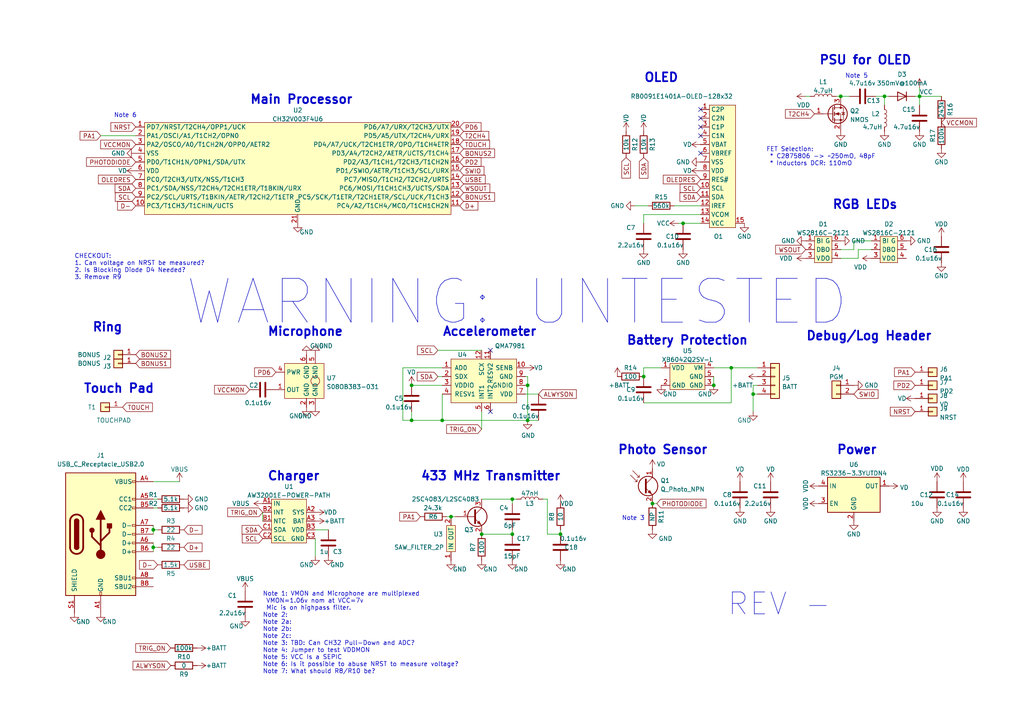
<source format=kicad_sch>
(kicad_sch (version 20211123) (generator eeschema)
  (paper "A4")
  (junction (at 266.7 27.94))
  (junction (at 212.09 106.68))
  (junction (at 153.035 111.76))
  (junction (at 162.56 154.94))
  (junction (at 207.01 111.76))
  (junction (at 256.54 27.94))
  (junction (at 119.38 111.76))
  (junction (at 198.12 64.77))
  (junction (at 44.45 153.67))
  (junction (at 243.84 27.94))
  (junction (at 139.7 154.94))
  (junction (at 44.45 158.75))
  (junction (at 119.38 121.92))
  (junction (at 218.44 114.3))
  (junction (at 153.035 121.92))
  (junction (at 128.27 121.92))
  (junction (at 148.59 154.94))
  (junction (at 130.81 149.86))
  (junction (at 148.59 144.78))
  (junction (at 186.69 109.22))
  (junction (at 189.23 146.05))
  (no_connect (at 142.24 119.38))
  (no_connect (at 142.24 101.6))
  (no_connect (at 203.2 44.45))
  (no_connect (at 203.2 31.75))
  (no_connect (at 203.2 36.83))
  (no_connect (at 203.2 39.37))
  (no_connect (at 203.2 34.29))
  (wire (pts (xy 44.45 139.7) (xy 52.07 139.7)))
  (wire (pts (xy 139.7 144.78) (xy 148.59 144.78)))
  (wire (pts (xy 91.44 156.21) (xy 91.44 161.29)))
  (wire (pts (xy 128.27 106.68) (xy 116.84 106.68)))
  (wire (pts (xy 218.44 114.3) (xy 219.71 114.3)))
  (wire (pts (xy 190.5 146.05) (xy 189.23 146.05)))
  (wire (pts (xy 119.38 111.76) (xy 128.27 111.76)))
  (wire (pts (xy 218.44 111.76) (xy 219.71 111.76)))
  (wire (pts (xy 218.44 119.38) (xy 218.44 114.3)))
  (wire (pts (xy 207.01 109.22) (xy 207.01 111.76)))
  (wire (pts (xy 152.4 114.3) (xy 156.21 114.3)))
  (wire (pts (xy 186.69 62.23) (xy 186.69 64.77)))
  (wire (pts (xy 242.57 27.94) (xy 243.84 27.94)))
  (wire (pts (xy 139.7 124.46) (xy 139.7 119.38)))
  (wire (pts (xy 233.68 27.94) (xy 234.95 27.94)))
  (wire (pts (xy 256.54 27.94) (xy 256.54 30.48)))
  (wire (pts (xy 184.15 59.69) (xy 187.96 59.69)))
  (wire (pts (xy 265.43 27.94) (xy 266.7 27.94)))
  (wire (pts (xy 186.69 62.23) (xy 203.2 62.23)))
  (wire (pts (xy 153.035 111.76) (xy 153.035 121.92)))
  (wire (pts (xy 195.58 59.69) (xy 203.2 59.69)))
  (wire (pts (xy 266.7 30.48) (xy 266.7 27.94)))
  (wire (pts (xy 148.59 144.78) (xy 149.86 144.78)))
  (wire (pts (xy 91.44 153.67) (xy 95.25 153.67)))
  (wire (pts (xy 243.84 27.94) (xy 246.38 27.94)))
  (wire (pts (xy 44.45 153.67) (xy 45.72 153.67)))
  (wire (pts (xy 158.75 154.94) (xy 162.56 154.94)))
  (wire (pts (xy 44.45 144.78) (xy 45.72 144.78)))
  (wire (pts (xy 129.54 149.86) (xy 130.81 149.86)))
  (wire (pts (xy 76.2 148.59) (xy 76.2 151.13)))
  (wire (pts (xy 153.035 121.92) (xy 156.21 121.92)))
  (wire (pts (xy 212.09 116.84) (xy 212.09 106.68)))
  (wire (pts (xy 248.92 74.93) (xy 248.92 72.39)))
  (wire (pts (xy 247.65 69.85) (xy 252.73 69.85)))
  (wire (pts (xy 130.81 149.86) (xy 132.08 149.86)))
  (wire (pts (xy 127 101.6) (xy 139.7 101.6)))
  (wire (pts (xy 44.45 153.67) (xy 44.45 154.94)))
  (wire (pts (xy 29.21 39.37) (xy 39.37 39.37)))
  (wire (pts (xy 116.84 121.92) (xy 119.38 121.92)))
  (wire (pts (xy 254 27.94) (xy 256.54 27.94)))
  (wire (pts (xy 44.45 152.4) (xy 44.45 153.67)))
  (wire (pts (xy 128.27 121.92) (xy 153.035 121.92)))
  (wire (pts (xy 243.84 72.39) (xy 247.65 72.39)))
  (wire (pts (xy 44.45 147.32) (xy 45.72 147.32)))
  (wire (pts (xy 119.38 119.38) (xy 119.38 121.92)))
  (wire (pts (xy 158.75 144.78) (xy 157.48 144.78)))
  (wire (pts (xy 162.56 153.67) (xy 162.56 154.94)))
  (wire (pts (xy 44.45 158.75) (xy 44.45 160.02)))
  (wire (pts (xy 218.44 114.3) (xy 218.44 111.76)))
  (wire (pts (xy 186.69 116.84) (xy 212.09 116.84)))
  (wire (pts (xy 128.27 114.3) (xy 128.27 121.92)))
  (wire (pts (xy 198.12 64.77) (xy 203.2 64.77)))
  (wire (pts (xy 243.84 74.93) (xy 248.92 74.93)))
  (wire (pts (xy 196.85 64.77) (xy 198.12 64.77)))
  (wire (pts (xy 152.4 109.22) (xy 153.035 109.22)))
  (wire (pts (xy 186.69 106.68) (xy 191.77 106.68)))
  (wire (pts (xy 148.59 153.67) (xy 148.59 154.94)))
  (wire (pts (xy 152.4 111.76) (xy 153.035 111.76)))
  (wire (pts (xy 119.38 121.92) (xy 128.27 121.92)))
  (wire (pts (xy 247.65 72.39) (xy 247.65 69.85)))
  (wire (pts (xy 248.92 72.39) (xy 252.73 72.39)))
  (wire (pts (xy 153.035 109.22) (xy 153.035 111.76)))
  (wire (pts (xy 212.09 106.68) (xy 219.71 106.68)))
  (wire (pts (xy 207.01 106.68) (xy 212.09 106.68)))
  (wire (pts (xy 44.45 158.75) (xy 45.72 158.75)))
  (wire (pts (xy 116.84 106.68) (xy 116.84 121.92)))
  (wire (pts (xy 186.69 109.22) (xy 186.69 106.68)))
  (wire (pts (xy 127 109.22) (xy 128.27 109.22)))
  (wire (pts (xy 44.45 157.48) (xy 44.45 158.75)))
  (wire (pts (xy 139.7 154.94) (xy 148.59 154.94)))
  (wire (pts (xy 158.75 144.78) (xy 158.75 154.94)))
  (wire (pts (xy 266.7 27.94) (xy 273.05 27.94)))
  (wire (pts (xy 257.81 27.94) (xy 256.54 27.94)))
  (wire (pts (xy 266.7 25.4) (xy 266.7 27.94)))
  (wire (pts (xy 148.59 146.05) (xy 148.59 144.78)))
  (text "Accelerometer" (at 128.27 97.79 0) (effects (font (size 2.54 2.54) (thickness 0.508) bold) (justify left bottom)))
  (text "Note 5" (at 245.11 22.86 0) (effects (font (size 1.27 1.27)) (justify left bottom)))
  (text "REV -" (at 210.82 179.07 0) (effects (font (size 6.35 6.35)) (justify left bottom)))
  (text "Ring" (at 26.67 96.52 0) (effects (font (size 2.54 2.54) (thickness 0.508) bold) (justify left bottom)))
  (text "Microphone" (at 77.47 97.79 0) (effects (font (size 2.54 2.54) (thickness 0.508) bold) (justify left bottom)))
  (text "Note 3" (at 180.34 151.13 0) (effects (font (size 1.27 1.27)) (justify left bottom)))
  (text "WARNING: UNTESTED" (at 53.34 95.25 0) (effects (font (size 12.7 12.7)) (justify left bottom)))
  (text "433 MHz Transmitter" (at 121.92 139.7 0) (effects (font (size 2.54 2.54) (thickness 0.508) bold) (justify left bottom)))
  (text "RGB LEDs" (at 241.3 60.96 0) (effects (font (size 2.54 2.54) (thickness 0.508) bold) (justify left bottom)))
  (text "Battery Protection" (at 181.61 100.33 0) (effects (font (size 2.54 2.54) (thickness 0.508) bold) (justify left bottom)))
  (text "PSU for OLED" (at 237.49 19.05 0) (effects (font (size 2.54 2.54) (thickness 0.508) bold) (justify left bottom)))
  (text "Debug/Log Header" (at 233.68 99.06 0) (effects (font (size 2.54 2.54) (thickness 0.508) bold) (justify left bottom)))
  (text "OLED" (at 186.69 24.13 0) (effects (font (size 2.54 2.54) (thickness 0.508) bold) (justify left bottom)))
  (text "FET Selection:\n * C2875806 -> ~250mO, 48pF\n * Inductors DCR: 110mO" (at 222.25 48.26 0) (effects (font (size 1.27 1.27)) (justify left bottom)))
  (text "Main Processor" (at 72.39 30.48 0) (effects (font (size 2.54 2.54) (thickness 0.508) bold) (justify left bottom)))
  (text "Power" (at 242.57 132.08 0) (effects (font (size 2.54 2.54) (thickness 0.508) bold) (justify left bottom)))
  (text "Charger" (at 77.47 139.7 0) (effects (font (size 2.54 2.54) (thickness 0.508) bold) (justify left bottom)))
  (text "Photo Sensor" (at 179.07 132.08 0) (effects (font (size 2.54 2.54) (thickness 0.508) bold) (justify left bottom)))
  (text "Note 6" (at 33.02 34.29 0) (effects (font (size 1.27 1.27)) (justify left bottom)))
  (text "CHECKOUT: \n1. Can voltage on NRST be measured?\n2. Is Blocking Diode D4 Needed?\n3. Remove R9" (at 21.59 81.28 0) (effects (font (size 1.27 1.27)) (justify left bottom)))
  (text "Note 1: VMON and Microphone are multiplexed\n VMON=1.06v nom at VCC=7v\n Mic is on highpass filter.\nNote 2:\nNote 2a:\nNote 2b:\nNote 2c:\nNote 3: TBD: Can CH32 Pull-Down and ADC?\nNote 4: Jumper to test VDDMON\nNote 5: VCC Is a SEPIC\nNote 6: Is it possible to abuse NRST to measure voltage?\nNote 7: What should R8/R10 be?" (at 76.2 195.58 0) (effects (font (size 1.27 1.27)) (justify left bottom)))
  (text "Touch Pad" (at 24.13 114.3 0) (effects (font (size 2.54 2.54) (thickness 0.508) bold) (justify left bottom)))
  (global_label "D-" (shape input) (at 39.37 59.69 180) (property "Intersheet References" "${INTERSHEET_REFS}" (effects hide)))
  (global_label "VCCMON" (shape input) (at 273.05 35.56 0) (property "Intersheet References" "${INTERSHEET_REFS}" (effects hide)))
  (global_label "OLEDRES" (shape input) (at 39.37 52.07 180) (property "Intersheet References" "${INTERSHEET_REFS}" (effects hide)))
  (global_label "PA1" (shape input) (at 29.21 39.37 180) (property "Intersheet References" "${INTERSHEET_REFS}" (effects hide)))
  (global_label "PA1" (shape input) (at 121.92 149.86 180) (property "Intersheet References" "${INTERSHEET_REFS}" (effects hide)))
  (global_label "PHOTODIODE" (shape input) (at 190.5 146.05 0) (property "Intersheet References" "${INTERSHEET_REFS}" (effects hide)))
  (global_label "BONUS2" (shape input) (at 39.37 102.87 0) (property "Intersheet References" "${INTERSHEET_REFS}" (effects hide)))
  (global_label "SDA" (shape input) (at 186.69 45.72 270) (property "Intersheet References" "${INTERSHEET_REFS}" (effects hide)))
  (global_label "SCL" (shape input) (at 76.2 156.21 180) (property "Intersheet References" "${INTERSHEET_REFS}" (effects hide)))
  (global_label "VCCMON" (shape input) (at 39.37 41.91 180) (property "Intersheet References" "${INTERSHEET_REFS}" (effects hide)))
  (global_label "OLEDRES" (shape input) (at 203.2 52.07 180) (property "Intersheet References" "${INTERSHEET_REFS}" (effects hide)))
  (global_label "BONUS2" (shape input) (at 133.35 44.45 0) (property "Intersheet References" "${INTERSHEET_REFS}" (effects hide)))
  (global_label "T2CH4" (shape input) (at 236.22 33.02 180) (property "Intersheet References" "${INTERSHEET_REFS}" (effects hide)))
  (global_label "NRST" (shape input) (at 39.37 36.83 180) (property "Intersheet References" "${INTERSHEET_REFS}" (effects hide)))
  (global_label "BONUS1" (shape input) (at 133.35 57.15 0) (property "Intersheet References" "${INTERSHEET_REFS}" (effects hide)))
  (global_label "SCL" (shape input) (at 203.2 54.61 180) (property "Intersheet References" "${INTERSHEET_REFS}" (effects hide)))
  (global_label "D+" (shape input) (at 133.35 59.69 0) (property "Intersheet References" "${INTERSHEET_REFS}" (effects hide)))
  (global_label "D-" (shape input) (at 53.34 153.67 0) (property "Intersheet References" "${INTERSHEET_REFS}" (effects hide)))
  (global_label "SWIO" (shape input) (at 247.65 114.3 0) (property "Intersheet References" "${INTERSHEET_REFS}" (effects hide)))
  (global_label "VCCMON" (shape input) (at 72.39 113.03 180) (property "Intersheet References" "${INTERSHEET_REFS}" (effects hide)))
  (global_label "D-" (shape input) (at 45.72 163.83 180) (property "Intersheet References" "${INTERSHEET_REFS}" (effects hide)))
  (global_label "SDA" (shape input) (at 76.2 153.67 180) (property "Intersheet References" "${INTERSHEET_REFS}" (effects hide)))
  (global_label "PD6" (shape input) (at 133.35 36.83 0) (property "Intersheet References" "${INTERSHEET_REFS}" (effects hide)))
  (global_label "PA1" (shape input) (at 265.43 107.95 180) (property "Intersheet References" "${INTERSHEET_REFS}" (effects hide)))
  (global_label "PD2" (shape input) (at 265.43 111.76 180) (property "Intersheet References" "${INTERSHEET_REFS}" (effects hide)))
  (global_label "PD2" (shape input) (at 133.35 46.99 0) (property "Intersheet References" "${INTERSHEET_REFS}" (effects hide)))
  (global_label "SDA" (shape input) (at 127 109.22 180) (property "Intersheet References" "${INTERSHEET_REFS}" (effects hide)))
  (global_label "ALWYSON" (shape input) (at 156.21 114.3 0) (property "Intersheet References" "${INTERSHEET_REFS}" (effects hide)))
  (global_label "USBE" (shape input) (at 133.35 52.07 0) (property "Intersheet References" "${INTERSHEET_REFS}" (effects hide)))
  (global_label "NRST" (shape input) (at 265.43 119.38 180) (property "Intersheet References" "${INTERSHEET_REFS}" (effects hide)))
  (global_label "PHOTODIODE" (shape input) (at 39.37 46.99 180) (property "Intersheet References" "${INTERSHEET_REFS}" (effects hide)))
  (global_label "USBE" (shape input) (at 53.34 163.83 0) (property "Intersheet References" "${INTERSHEET_REFS}" (effects hide)))
  (global_label "ALWYSON" (shape input) (at 49.53 193.04 180) (property "Intersheet References" "${INTERSHEET_REFS}" (effects hide)))
  (global_label "SDA" (shape input) (at 203.2 57.15 180) (property "Intersheet References" "${INTERSHEET_REFS}" (effects hide)))
  (global_label "SWIO" (shape input) (at 133.35 49.53 0) (property "Intersheet References" "${INTERSHEET_REFS}" (effects hide)))
  (global_label "BONUS1" (shape input) (at 39.37 105.41 0) (property "Intersheet References" "${INTERSHEET_REFS}" (effects hide)))
  (global_label "SDA" (shape input) (at 39.37 54.61 180) (property "Intersheet References" "${INTERSHEET_REFS}" (effects hide)))
  (global_label "SCL" (shape input) (at 127 101.6 180) (property "Intersheet References" "${INTERSHEET_REFS}" (effects hide)))
  (global_label "T2CH4" (shape input) (at 133.35 39.37 0) (property "Intersheet References" "${INTERSHEET_REFS}" (effects hide)))
  (global_label "PD6" (shape input) (at 80.01 107.95 180) (property "Intersheet References" "${INTERSHEET_REFS}" (effects hide)))
  (global_label "TRIG_ON" (shape input) (at 49.53 187.96 180) (property "Intersheet References" "${INTERSHEET_REFS}" (effects hide)))
  (global_label "TOUCH" (shape input) (at 35.56 118.11 0) (property "Intersheet References" "${INTERSHEET_REFS}" (effects hide)))
  (global_label "SCL" (shape input) (at 181.61 45.72 270) (property "Intersheet References" "${INTERSHEET_REFS}" (effects hide)))
  (global_label "WSOUT" (shape input) (at 233.68 72.39 180) (property "Intersheet References" "${INTERSHEET_REFS}" (effects hide)))
  (global_label "WSOUT" (shape input) (at 133.35 54.61 0) (property "Intersheet References" "${INTERSHEET_REFS}" (effects hide)))
  (global_label "SCL" (shape input) (at 39.37 57.15 180) (property "Intersheet References" "${INTERSHEET_REFS}" (effects hide)))
  (global_label "TRIG_ON" (shape input) (at 76.2 148.59 180) (property "Intersheet References" "${INTERSHEET_REFS}" (effects hide)))
  (global_label "TOUCH" (shape input) (at 133.35 41.91 0) (property "Intersheet References" "${INTERSHEET_REFS}" (effects hide)))
  (global_label "TRIG_ON" (shape input) (at 139.7 124.46 180) (property "Intersheet References" "${INTERSHEET_REFS}" (effects hide)))
  (global_label "D+" (shape input) (at 53.34 158.75 0) (property "Intersheet References" "${INTERSHEET_REFS}" (effects hide)))
  (symbol (lib_id "power:VD") (at 223.52 139.7 0) (unit 1)
    (property "Reference" "#PWR0130" (effects hide))
    (property "Value" "VD" (at 223.52 136.1242 0))
  )
  (symbol (lib_id "power:+BATT") (at 179.07 109.22 0) (unit 1)
    (property "Reference" "#PWR09" (effects hide))
    (property "Value" "+BATT" (at 176.53 111.76 0) (effects (justify left)))
  )
  (symbol (lib_id "Device:D") (at 261.62 27.94 180) (unit 1)
    (property "Reference" "D3" (at 261.62 21.59 0))
    (property "Value" "350mV@100mA" (at 261.62 24.13 0))
    (property "Footprint" "DFN1006:DFN1006" (effects hide))
    (property "LCSC" "C239808" (effects hide))
  )
  (symbol (lib_id "Device:Q_NMOS_GSD") (at 241.3 33.02 0) (unit 1)
    (property "Reference" "Q2" (at 246.507 32.1853 0) (effects (justify left)))
    (property "Value" "NMOS" (at 246.507 34.7222 0) (effects (justify left)))
    (property "Footprint" "DFN-3L-1x0.6:DFN-3L-1x0.6" (effects hide))
    (property "LCSC" "C2875806" (effects hide))
  )
  (symbol (lib_id "power:VD") (at 214.63 139.7 0) (unit 1)
    (property "Reference" "#PWR0129" (effects hide))
    (property "Value" "VD" (at 214.63 136.1242 0))
  )
  (symbol (lib_id "power:GND") (at 29.21 177.8 0) (unit 1)
    (property "Reference" "#PWR0141" (effects hide))
    (property "Value" "GND" (at 31.75 180.34 0))
  )
  (symbol (lib_id "power:GND") (at 223.52 147.32 0) (unit 1)
    (property "Reference" "#PWR0131" (effects hide))
    (property "Value" "GND" (at 223.52 151.13 0))
  )
  (symbol (lib_id "power:GND") (at 139.7 162.56 0) (unit 1)
    (property "Reference" "#PWR011" (effects hide))
    (property "Value" "GND" (at 142.24 165.1 0))
  )
  (symbol (lib_id "power:GND") (at 218.44 119.38 0) (unit 1)
    (property "Reference" "#PWR016" (effects hide))
    (property "Value" "GND" (at 215.9 121.92 0))
  )
  (symbol (lib_id "Regulator_Linear:NCP115AMX250TCG") (at 247.65 143.51 0) (unit 1)
    (property "Reference" "U6" (at 247.65 134.7302 0))
    (property "Value" "RS3236-3.3YUTDN4" (at 247.65 137.2671 0))
    (property "Footprint" "xdfn_reg:xdfn-reg" (effects hide))
    (property "Datasheet" "https://www.onsemi.com/pub/Collateral/NCP115-D.PDF" (effects hide))
    (property "LCSC" "C379350" (effects hide))
  )
  (symbol (lib_id "power:GND") (at 191.77 111.76 0) (unit 1)
    (property "Reference" "#PWR0139" (effects hide))
    (property "Value" "GND" (at 194.31 114.3 0))
  )
  (symbol (lib_id "power:GND") (at 39.37 44.45 270) (unit 1)
    (property "Reference" "#PWR0152" (effects hide))
    (property "Value" "GND" (at 34.29 44.45 90))
  )
  (symbol (lib_id "RB0091E1401A-OLED-128x32:RB0091E1401A-OLED-128x32") (at 209.55 45.72 0) (unit 1)
    (property "Reference" "O1" (at 207.01 68.58 0) (effects (justify left)))
    (property "Value" "RB0091E1401A-OLED-128x32" (at 182.88 27.94 0) (effects (justify left)))
    (property "Footprint" "RB0091E1401A-OLED-128x32:RB0091E1401A-OLED-128x32_FLIP" (effects hide))
  )
  (symbol (lib_id "Device:C") (at 186.69 68.58 0) (unit 1)
    (property "Reference" "C7" (at 181.61 66.04 0) (effects (justify left)))
    (property "Value" "2.2u16v" (at 179.07 71.12 0) (effects (justify left)))
    (property "Footprint" "Capacitor_SMD:C_0402_1005Metric" (effects hide))
    (property "LCSC" "C385032" (effects hide))
  )
  (symbol (lib_id "power:+BATT") (at 219.71 109.22 90) (unit 1)
    (property "Reference" "#PWR017" (effects hide))
    (property "Value" "+BATT" (at 218.44 111.76 90) (effects (justify left)))
  )
  (symbol (lib_id "AW32001E-POWER-PATH:AW32001E-POWER-PATH") (at 83.82 151.13 0) (unit 1)
    (property "Reference" "U1" (at 83.82 141.131 0))
    (property "Value" "AW32001E-POWER-PATH" (at 83.82 143.6679 0))
    (property "Footprint" "Package_BGA:BGA-9_1.6x1.6mm_Layout3x3_P0.5mm" (effects hide))
    (property "LCSC" "C5125890" (effects hide))
  )
  (symbol (lib_id "Device:C") (at 279.4 143.51 0) (unit 1)
    (property "Reference" "C14" (at 274.32 143.51 0) (effects (justify left)))
    (property "Value" "0.1u16v" (at 271.78 146.05 0) (effects (justify left)))
    (property "Footprint" "Capacitor_SMD:C_0402_1005Metric" (effects hide))
    (property "LCSC" "C338032" (effects hide))
  )
  (symbol (lib_id "power:VDD") (at 162.56 146.05 0) (unit 1)
    (property "Reference" "#PWR013" (effects hide))
    (property "Value" "VDD" (at 166.37 146.05 0) (effects (justify right)))
  )
  (symbol (lib_id "power:VDD") (at 237.49 146.05 90) (unit 1)
    (property "Reference" "#PWR0126" (effects hide))
    (property "Value" "VDD" (at 233.68 146.05 0))
  )
  (symbol (lib_id "power:GND") (at 262.89 69.85 90) (unit 1)
    (property "Reference" "#PWR0112" (effects hide))
    (property "Value" "GND" (at 267.97 69.85 90))
  )
  (symbol (lib_id "power:GND") (at 53.34 144.78 90) (unit 1)
    (property "Reference" "#PWR0144" (effects hide))
    (property "Value" "GND" (at 58.42 144.78 90))
  )
  (symbol (lib_id "power:GND") (at 215.9 64.77 0) (unit 1)
    (property "Reference" "#PWR0156" (effects hide))
    (property "Value" "GND" (at 215.9 68.58 0))
  )
  (symbol (lib_id "Device:R") (at 186.69 41.91 180) (unit 1)
    (property "Reference" "R13" (at 189.23 41.91 90))
    (property "Value" "10k" (at 186.69 41.91 90))
    (property "Footprint" "Resistor_SMD:R_0402_1005Metric" (effects hide))
    (property "LCSC" "C269674" (effects hide))
  )
  (symbol (lib_id "Device:C") (at 198.12 68.58 0) (unit 1)
    (property "Reference" "C10" (at 193.04 68.58 0) (effects (justify left)))
    (property "Value" "0.1u16v" (at 190.5 71.12 0) (effects (justify left)))
    (property "Footprint" "Capacitor_SMD:C_0402_1005Metric" (effects hide))
    (property "LCSC" "C338032" (effects hide))
  )
  (symbol (lib_id "Device:C") (at 223.52 143.51 0) (unit 1)
    (property "Reference" "C11" (at 218.44 140.97 0) (effects (justify left)))
    (property "Value" "2.2u16v" (at 215.9 146.05 0) (effects (justify left)))
    (property "Footprint" "Capacitor_SMD:C_0402_1005Metric" (effects hide))
    (property "LCSC" "C385032" (effects hide))
  )
  (symbol (lib_id "Device:R") (at 49.53 144.78 270) (unit 1)
    (property "Reference" "R1" (at 44.45 143.51 90))
    (property "Value" "5.1k" (at 49.53 144.78 90))
    (property "Footprint" "Resistor_SMD:R_0402_1005Metric" (effects hide))
    (property "LCSC" "C114759" (effects hide))
  )
  (symbol (lib_id "power:VD") (at 265.43 115.57 90) (unit 1)
    (property "Reference" "#PWR0125" (effects hide))
    (property "Value" "VD" (at 260.35 115.57 90) (effects (justify right)))
  )
  (symbol (lib_id "power:VD") (at 203.2 49.53 90) (unit 1)
    (property "Reference" "#PWR0118" (effects hide))
    (property "Value" "VD" (at 198.12 49.53 90) (effects (justify right)))
  )
  (symbol (lib_id "power:VDD") (at 252.73 74.93 90) (unit 1)
    (property "Reference" "#PWR0109" (effects hide))
    (property "Value" "VDD" (at 247.65 77.47 90) (effects (justify right)))
  )
  (symbol (lib_id "power:VD") (at 257.81 140.97 270) (unit 1)
    (property "Reference" "#PWR0134" (effects hide))
    (property "Value" "VD" (at 260.985 141.4038 90) (effects (justify left)))
  )
  (symbol (lib_id "Connector:USB_C_Receptacle_USB2.0") (at 29.21 154.94 0) (unit 1)
    (property "Reference" "J1" (at 29.21 132.08 0))
    (property "Value" "USB_C_Receptacle_USB2.0" (at 29.21 134.62 0))
    (property "Footprint" "Connector_USB:USB_C_Receptacle_HRO_TYPE-C-31-M-12" (effects hide))
    (property "Datasheet" "https://www.usb.org/sites/default/files/documents/usb_type-c.zip" (effects hide))
    (property "LCSC" "C2765186" (effects hide))
  )
  (symbol (lib_id "power:VDD") (at 233.68 74.93 90) (unit 1)
    (property "Reference" "#PWR0111" (effects hide))
    (property "Value" "VDD" (at 226.06 74.93 90) (effects (justify right)))
  )
  (symbol (lib_id "Device:R") (at 273.05 39.37 0) (unit 1)
    (property "Reference" "R17" (at 270.51 39.37 90))
    (property "Value" "100k" (at 273.05 39.37 90))
    (property "Footprint" "Resistor_SMD:R_0402_1005Metric" (effects hide))
    (property "LCSC" "C279979" (effects hide))
  )
  (symbol (lib_id "power:VD") (at 189.23 135.89 0) (unit 1)
    (property "Reference" "#PWR0154" (effects hide))
    (property "Value" "VD" (at 193.04 134.62 0) (effects (justify right)))
  )
  (symbol (lib_id "power:VDD") (at 237.49 140.97 90) (unit 1)
    (property "Reference" "#PWR0128" (effects hide))
    (property "Value" "VDD" (at 233.68 140.97 0))
  )
  (symbol (lib_id "Device:R") (at 189.23 149.86 180) (unit 1)
    (property "Reference" "R11" (at 191.77 149.86 90))
    (property "Value" "NP" (at 189.23 149.86 90))
    (property "Footprint" "Resistor_SMD:R_0402_1005Metric" (effects hide))
  )
  (symbol (lib_id "power:VBUS") (at 71.12 171.45 0) (unit 1)
    (property "Reference" "#PWR01" (effects hide))
    (property "Value" "VBUS" (at 71.12 167.8742 0))
  )
  (symbol (lib_id "power:VD") (at 152.4 106.68 270) (unit 1)
    (property "Reference" "#PWR0133" (effects hide))
    (property "Value" "VD" (at 157.48 106.68 90) (effects (justify right)))
  )
  (symbol (lib_id "power:GND") (at 91.44 161.29 0) (unit 1)
    (property "Reference" "#PWR06" (effects hide))
    (property "Value" "GND" (at 88.9 163.83 0))
  )
  (symbol (lib_id "power:GND") (at 91.44 118.11 0) (unit 1)
    (property "Reference" "#PWR0160" (effects hide))
    (property "Value" "GND" (at 86.36 120.65 0) (effects (justify left)))
  )
  (symbol (lib_id "CH32V003F4U6:CH32V003F4U6") (at 86.36 48.26 0) (unit 1)
    (property "Reference" "U2" (at 86.36 31.9872 0))
    (property "Value" "CH32V003F4U6" (at 86.36 34.5241 0))
    (property "Footprint" "Package_DFN_QFN:QFN-20-1EP_3x3mm_P0.4mm_EP1.65x1.65mm" (effects hide))
    (property "LCSC" "C5299908" (effects hide))
  )
  (symbol (lib_id "power:GND") (at 88.9 118.11 0) (unit 1)
    (property "Reference" "#PWR0146" (effects hide))
    (property "Value" "GND" (at 83.82 120.65 0) (effects (justify left)))
  )
  (symbol (lib_id "Device:C") (at 273.05 72.39 0) (unit 1)
    (property "Reference" "C16" (at 267.97 72.39 0) (effects (justify left)))
    (property "Value" "0.1u16v" (at 265.43 74.93 0) (effects (justify left)))
    (property "Footprint" "Capacitor_SMD:C_0402_1005Metric" (effects hide))
    (property "LCSC" "C338032" (effects hide))
  )
  (symbol (lib_id "Device:C") (at 119.38 115.57 0) (unit 1)
    (property "Reference" "C5" (at 114.3 115.57 0) (effects (justify left)))
    (property "Value" "0.1u16v" (at 111.76 118.11 0) (effects (justify left)))
    (property "Footprint" "Capacitor_SMD:C_0402_1005Metric" (effects hide))
    (property "LCSC" "C338032" (effects hide))
  )
  (symbol (lib_id "Device:R") (at 182.88 109.22 270) (unit 1)
    (property "Reference" "R14" (at 182.88 106.68 90))
    (property "Value" "100" (at 182.88 109.22 90))
    (property "Footprint" "Resistor_SMD:R_0402_1005Metric" (effects hide))
    (property "LCSC" "C106232" (effects hide))
  )
  (symbol (lib_id "power:+BATT") (at 91.44 151.13 270) (unit 1)
    (property "Reference" "#PWR05" (effects hide))
    (property "Value" "+BATT" (at 93.98 151.13 90) (effects (justify left)))
  )
  (symbol (lib_id "power:GND") (at 266.7 38.1 0) (unit 1)
    (property "Reference" "#PWR0105" (effects hide))
    (property "Value" "GND" (at 266.7 41.91 0))
  )
  (symbol (lib_id "Connector_Generic:Conn_01x04") (at 224.79 109.22 0) (unit 1)
    (property "Reference" "J5" (at 226.822 109.6553 0) (effects (justify left)))
    (property "Value" "BATT" (at 226.822 112.1922 0) (effects (justify left)))
    (property "Footprint" "SOUHAN-Battery-1.25mm-SMT:SOUHAN-Battery-1.25mm-SMT" (effects hide))
    (property "LCSC" "C393945" (effects hide))
  )
  (symbol (lib_id "Device:C") (at 271.78 143.51 0) (unit 1)
    (property "Reference" "C12" (at 266.7 143.51 0) (effects (justify left)))
    (property "Value" "10u" (at 264.16 146.05 0) (effects (justify left)))
    (property "Footprint" "Capacitor_SMD:C_0402_1005Metric" (effects hide))
    (property "LCSC" "C315248" (effects hide))
  )
  (symbol (lib_id "XB6042_Battery_Protection:XB6042_Battery_Protection") (at 199.39 109.22 0) (unit 1)
    (property "Reference" "U5" (at 199.39 101.761 0))
    (property "Value" "XB6042Q2SV-L" (at 199.39 104.2979 0))
    (property "Footprint" "xdfn_reg:xdfn-reg" (effects hide))
    (property "LCSC" "C2759995" (effects hide))
  )
  (symbol (lib_id "Device:R") (at 53.34 187.96 90) (unit 1)
    (property "Reference" "R10" (at 53.34 190.5 90))
    (property "Value" "100k" (at 53.34 187.96 90))
    (property "Footprint" "Resistor_SMD:R_0402_1005Metric" (effects hide))
    (property "LCSC" "C279979" (effects hide))
  )
  (symbol (lib_id "power:GND") (at 198.12 72.39 0) (unit 1)
    (property "Reference" "#PWR0115" (effects hide))
    (property "Value" "GND" (at 198.12 76.2 0))
  )
  (symbol (lib_id "power:GND") (at 189.23 153.67 0) (unit 1)
    (property "Reference" "#PWR0155" (effects hide))
    (property "Value" "GND" (at 193.04 156.21 0))
  )
  (symbol (lib_id "Swadge_Parts:QMA7981") (at 140.97 110.49 0) (unit 1)
    (property "Reference" "U4" (at 132.715 102.87 0) (effects (justify left)))
    (property "Value" "QMA7981" (at 143.51 100.33 0) (effects (justify left)))
    (property "Footprint" "Swadge_Parts:QMA6981" (effects hide))
    (property "Datasheet" "https://datasheet.lcsc.com/szlcsc/2004281102_QST-QMA7981_C457290.pdf" (effects hide))
    (property "Cost100" "3082" (effects hide))
    (property "Substitutable" "N" (effects hide))
    (property "LCSC" "C457290" (effects hide))
  )
  (symbol (lib_id "Device:Q_Photo_NPN") (at 186.69 140.97 0) (unit 1)
    (property "Reference" "Q1" (at 191.5414 139.386 0) (effects (justify left)))
    (property "Value" "Q_Photo_NPN" (at 191.5414 141.9229 0) (effects (justify left)))
    (property "Footprint" "Diode_SMD:D_0805_2012Metric" (effects hide))
    (property "LCSC" "C100090" (effects hide))
  )
  (symbol (lib_id "Connector_Generic:Conn_01x01") (at 34.29 102.87 180) (unit 1)
    (property "Reference" "J2" (at 32.258 103.7047 0) (effects (justify left)))
    (property "Value" "BONUS" (at 29.1681 102.9118 0) (effects (justify left)))
    (property "Footprint" "MountingHole:MountingHole_2.2mm_M2_DIN965_Pad" (effects hide))
  )
  (symbol (lib_id "power:GND") (at 256.54 38.1 0) (unit 1)
    (property "Reference" "#PWR0103" (effects hide))
    (property "Value" "GND" (at 256.54 41.91 0))
  )
  (symbol (lib_id "Connector_Generic:Conn_01x01") (at 270.51 115.57 0) (unit 1)
    (property "Reference" "J8" (at 272.542 114.7353 0) (effects (justify left)))
    (property "Value" "VD" (at 272.542 117.2722 0) (effects (justify left)))
    (property "Footprint" "GeneralPad:GeneralPad-Round-1.5mm" (effects hide))
  )
  (symbol (lib_id "power:GND") (at 203.2 46.99 270) (unit 1)
    (property "Reference" "#PWR0120" (effects hide))
    (property "Value" "GND" (at 198.12 46.99 90))
  )
  (symbol (lib_id "Device:C") (at 148.59 149.86 0) (unit 1)
    (property "Reference" "C4" (at 144.78 147.32 0) (effects (justify left)))
    (property "Value" "6pF" (at 146.05 152.4 0) (effects (justify left)))
    (property "Footprint" "Capacitor_SMD:C_0402_1005Metric" (effects hide))
    (property "LCSC" "C1575" (effects hide))
  )
  (symbol (lib_id "power:VCC") (at 266.7 25.4 0) (unit 1)
    (property "Reference" "#PWR0104" (effects hide))
    (property "Value" "VCC" (at 266.7 26.67 0) (effects (justify left)))
  )
  (symbol (lib_id "power:GND") (at 86.36 64.77 0) (unit 1)
    (property "Reference" "#PWR0151" (effects hide))
    (property "Value" "GND" (at 88.9 67.31 0))
  )
  (symbol (lib_id "Device:R") (at 125.73 149.86 90) (unit 1)
    (property "Reference" "R6" (at 127 149.86 90) (effects (justify left)))
    (property "Value" "24.3k" (at 128.27 147.32 90) (effects (justify left)))
    (property "Footprint" "Resistor_SMD:R_0402_1005Metric" (effects hide))
    (property "LCSC" "C226370" (effects hide))
  )
  (symbol (lib_id "Device:R") (at 49.53 163.83 270) (unit 1)
    (property "Reference" "R5" (at 49.53 166.37 90))
    (property "Value" "1.5k" (at 49.53 163.83 90))
    (property "Footprint" "Resistor_SMD:R_0402_1005Metric" (effects hide))
    (property "LCSC" "C114759" (effects hide))
  )
  (symbol (lib_id "Device:R") (at 191.77 59.69 270) (unit 1)
    (property "Reference" "R15" (at 191.77 57.15 90))
    (property "Value" "560k" (at 191.77 59.69 90))
    (property "Footprint" "Resistor_SMD:R_0402_1005Metric" (effects hide))
    (property "LCSC" "C137958" (effects hide))
  )
  (symbol (lib_id "Device:C") (at 214.63 143.51 0) (unit 1)
    (property "Reference" "C8" (at 209.55 143.51 0) (effects (justify left)))
    (property "Value" "0.1u16v" (at 207.01 146.05 0) (effects (justify left)))
    (property "Footprint" "Capacitor_SMD:C_0402_1005Metric" (effects hide))
    (property "LCSC" "C338032" (effects hide))
  )
  (symbol (lib_id "SAW_FILTER_2P:SAW_FILTER_2P") (at 130.81 156.21 90) (unit 1)
    (property "Reference" "U3" (at 125.73 154.94 90) (effects (justify right)))
    (property "Value" "SAW_FILTER_2P" (at 114.3 158.75 90) (effects (justify right)))
    (property "Footprint" "cnhardware:SAW-SMD2016-2P" (effects hide))
    (property "LCSC" "C2847068" (effects hide))
  )
  (symbol (lib_id "power:GND") (at 21.59 177.8 0) (unit 1)
    (property "Reference" "#PWR0142" (effects hide))
    (property "Value" "GND" (at 24.13 180.34 0))
  )
  (symbol (lib_id "power:VCC") (at 196.85 64.77 90) (unit 1)
    (property "Reference" "#PWR0116" (effects hide))
    (property "Value" "VCC" (at 190.5 64.77 90) (effects (justify right)))
  )
  (symbol (lib_id "power:GND") (at 186.69 72.39 0) (unit 1)
    (property "Reference" "#PWR0117" (effects hide))
    (property "Value" "GND" (at 186.69 76.2 0))
  )
  (symbol (lib_id "power:GND") (at 184.15 59.69 270) (unit 1)
    (property "Reference" "#PWR0121" (effects hide))
    (property "Value" "GND" (at 179.07 59.69 90))
  )
  (symbol (lib_id "power:GND") (at 162.56 162.56 0) (unit 1)
    (property "Reference" "#PWR015" (effects hide))
    (property "Value" "GND" (at 165.1 165.1 0))
  )
  (symbol (lib_id "power:GND") (at 88.9 102.87 180) (unit 1)
    (property "Reference" "#PWR0161" (effects hide))
    (property "Value" "GND" (at 93.98 100.33 0) (effects (justify left)))
  )
  (symbol (lib_id "power:GND") (at 130.81 162.56 0) (unit 1)
    (property "Reference" "#PWR08" (effects hide))
    (property "Value" "GND" (at 133.35 165.1 0))
  )
  (symbol (lib_id "power:VBUS") (at 76.2 146.05 90) (unit 1)
    (property "Reference" "#PWR03" (effects hide))
    (property "Value" "VBUS" (at 67.31 146.05 90) (effects (justify right)))
  )
  (symbol (lib_id "power:GND") (at 243.84 38.1 0) (unit 1)
    (property "Reference" "#PWR0106" (effects hide))
    (property "Value" "GND" (at 243.84 41.91 0))
  )
  (symbol (lib_id "WS2816C:WS2816C-2121") (at 238.76 72.39 0) (unit 1)
    (property "Reference" "D1" (at 238.76 65.0072 0))
    (property "Value" "WS2816C-2121" (at 238.76 67.5441 0))
    (property "Footprint" "WS2816-2121:WS2816-2121" (effects hide))
    (property "LCSC" "C965561" (effects hide))
  )
  (symbol (lib_id "GOERTEK-S08OB383-031-MemsMic:S08OB383-031") (at 86.36 110.49 90) (unit 1)
    (property "Reference" "U7" (at 94.6912 109.6553 90) (effects (justify right)))
    (property "Value" "S08OB383-031" (at 94.6912 112.1922 90) (effects (justify right)))
    (property "Footprint" "GOERTEK-S08OB383-031-MemsMic:GOERTEK-S08OB383-031-MemsMic" (effects hide))
    (property "LCSC" "S08OB383-031" (effects hide))
  )
  (symbol (lib_id "power:GND") (at 71.12 179.07 0) (unit 1)
    (property "Reference" "#PWR02" (effects hide))
    (property "Value" "GND" (at 68.58 181.61 0))
  )
  (symbol (lib_id "power:GND") (at 279.4 147.32 0) (unit 1)
    (property "Reference" "#PWR0136" (effects hide))
    (property "Value" "GND" (at 279.4 151.13 0))
  )
  (symbol (lib_id "Device:R") (at 49.53 147.32 270) (unit 1)
    (property "Reference" "R2" (at 44.45 146.05 90))
    (property "Value" "5.1k" (at 49.53 147.32 90))
    (property "Footprint" "Resistor_SMD:R_0402_1005Metric" (effects hide))
    (property "LCSC" "C114759" (effects hide))
  )
  (symbol (lib_id "Device:L") (at 256.54 34.29 0) (unit 1)
    (property "Reference" "L2" (at 252.73 33.02 0) (effects (justify left)))
    (property "Value" "4.7uH" (at 250.19 36.83 0) (effects (justify left)))
    (property "Footprint" "Inductor_SMD:L_0805_2012Metric" (effects hide))
    (property "LCSC" "C379996" (effects hide))
  )
  (symbol (lib_id "Connector_Generic:Conn_01x01") (at 270.51 119.38 0) (unit 1)
    (property "Reference" "J9" (at 272.542 118.5453 0) (effects (justify left)))
    (property "Value" "NRST" (at 272.542 121.0822 0) (effects (justify left)))
    (property "Footprint" "GeneralPad:GeneralPad-Round-1.5mm" (effects hide))
  )
  (symbol (lib_id "Device:R") (at 273.05 31.75 180) (unit 1)
    (property "Reference" "R16" (at 275.59 31.75 90))
    (property "Value" "243k" (at 273.05 31.75 90))
    (property "Footprint" "Resistor_SMD:R_0402_1005Metric" (effects hide))
    (property "LCSC" "C43249" (effects hide))
  )
  (symbol (lib_id "power:VD") (at 186.69 38.1 0) (unit 1)
    (property "Reference" "#PWR0123" (effects hide))
    (property "Value" "VD" (at 186.69 33.02 90) (effects (justify right)))
  )
  (symbol (lib_id "power:VDD") (at 279.4 139.7 0) (unit 1)
    (property "Reference" "#PWR0135" (effects hide))
    (property "Value" "VDD" (at 279.4 136.1242 0))
  )
  (symbol (lib_id "Device:C") (at 95.25 157.48 0) (unit 1)
    (property "Reference" "C3" (at 96.52 160.02 0) (effects (justify left)))
    (property "Value" "1u" (at 92.71 160.02 0) (effects (justify left)))
    (property "Footprint" "Capacitor_SMD:C_0402_1005Metric" (effects hide))
    (property "LCSC" "C52923" (effects hide))
  )
  (symbol (lib_id "power:GND") (at 207.01 111.76 0) (unit 1)
    (property "Reference" "#PWR010" (effects hide))
    (property "Value" "GND" (at 204.47 114.3 0))
  )
  (symbol (lib_id "power:GND") (at 271.78 147.32 0) (unit 1)
    (property "Reference" "#PWR0138" (effects hide))
    (property "Value" "GND" (at 271.78 151.13 0))
  )
  (symbol (lib_id "Device:R") (at 53.34 193.04 270) (unit 1)
    (property "Reference" "R9" (at 53.34 195.58 90))
    (property "Value" "0" (at 53.34 193.04 90))
    (property "Footprint" "Resistor_SMD:R_0402_1005Metric" (effects hide))
    (property "LCSC" "C17168" (effects hide))
  )
  (symbol (lib_id "power:GND") (at 247.65 151.13 0) (unit 1)
    (property "Reference" "#PWR0127" (effects hide))
    (property "Value" "GND" (at 247.65 154.94 0))
  )
  (symbol (lib_id "power:VD") (at 181.61 38.1 0) (unit 1)
    (property "Reference" "#PWR0122" (effects hide))
    (property "Value" "VD" (at 181.61 33.02 90) (effects (justify right)))
  )
  (symbol (lib_id "WS2816C:WS2816C-2121") (at 257.81 72.39 0) (unit 1)
    (property "Reference" "D2" (at 257.81 65.0072 0))
    (property "Value" "WS2816C-2121" (at 257.81 67.5441 0))
    (property "Footprint" "WS2816-2121:WS2816-2121" (effects hide))
    (property "LCSC" "C965561" (effects hide))
  )
  (symbol (lib_id "power:VDD") (at 91.44 148.59 270) (unit 1)
    (property "Reference" "#PWR04" (effects hide))
    (property "Value" "VDD" (at 97.79 148.59 90) (effects (justify right)))
  )
  (symbol (lib_id "Device:C") (at 250.19 27.94 90) (unit 1)
    (property "Reference" "C13" (at 255.27 29.21 90) (effects (justify left)))
    (property "Value" "4.7u16v" (at 254 24.13 90) (effects (justify left)))
    (property "Footprint" "Capacitor_SMD:C_0402_1005Metric" (effects hide))
    (property "LCSC" "C412302" (effects hide))
  )
  (symbol (lib_id "power:GND") (at 247.65 111.76 90) (unit 1)
    (property "Reference" "#PWR0124" (effects hide))
    (property "Value" "GND" (at 252.73 111.76 90))
  )
  (symbol (lib_id "power:VDD") (at 273.05 68.58 0) (unit 1)
    (property "Reference" "#PWR0114" (effects hide))
    (property "Value" "VDD" (at 273.05 65.0042 0))
  )
  (symbol (lib_id "Device:Q_NPN_BEC") (at 137.16 149.86 0) (unit 1)
    (property "Reference" "Q3" (at 134.62 153.67 0) (effects (justify left)))
    (property "Value" "2SC4083/L2SC4083" (at 119.38 144.78 0) (effects (justify left)))
    (property "Footprint" "Package_TO_SOT_SMD:SOT-323_SC-70" (effects hide))
    (property "LCSC" "C12064" (effects hide))
  )
  (symbol (lib_id "power:GND") (at 214.63 147.32 0) (unit 1)
    (property "Reference" "#PWR0132" (effects hide))
    (property "Value" "GND" (at 214.63 151.13 0))
  )
  (symbol (lib_id "power:GND") (at 233.68 69.85 270) (unit 1)
    (property "Reference" "#PWR0149" (effects hide))
    (property "Value" "GND" (at 228.6 69.85 90))
  )
  (symbol (lib_id "power:+BATT") (at 57.15 193.04 270) (unit 1)
    (property "Reference" "#PWR0101" (effects hide))
    (property "Value" "+BATT" (at 59.69 193.04 90) (effects (justify left)))
  )
  (symbol (lib_id "power:VDD") (at 233.68 27.94 90) (unit 1)
    (property "Reference" "#PWR0107" (effects hide))
    (property "Value" "VDD" (at 231.14 30.48 90) (effects (justify right)))
  )
  (symbol (lib_id "power:VDD") (at 271.78 139.7 0) (unit 1)
    (property "Reference" "#PWR0137" (effects hide))
    (property "Value" "VDD" (at 271.78 135.89 0))
  )
  (symbol (lib_id "Connector_Generic:Conn_01x01") (at 270.51 107.95 0) (unit 1)
    (property "Reference" "J6" (at 272.542 107.1153 0) (effects (justify left)))
    (property "Value" "PA1" (at 272.542 109.6522 0) (effects (justify left)))
    (property "Footprint" "GeneralPad:GeneralPad-Round-1.5mm" (effects hide))
  )
  (symbol (lib_id "Device:L") (at 153.67 144.78 90) (unit 1)
    (property "Reference" "L3" (at 153.67 146.05 90))
    (property "Value" "47nH" (at 153.67 143.1091 90))
    (property "Footprint" "Inductor_SMD:L_0603_1608Metric" (effects hide))
    (property "LCSC" "C155023" (effects hide))
  )
  (symbol (lib_id "Device:C") (at 162.56 158.75 180) (unit 1)
    (property "Reference" "C18" (at 167.64 158.75 0) (effects (justify left)))
    (property "Value" "0.1u16v" (at 170.18 156.21 0) (effects (justify left)))
    (property "Footprint" "Capacitor_SMD:C_0402_1005Metric" (effects hide))
    (property "LCSC" "C338032" (effects hide))
  )
  (symbol (lib_id "Device:L") (at 238.76 27.94 90) (unit 1)
    (property "Reference" "L1" (at 238.76 23.7322 90))
    (property "Value" "4.7uH" (at 238.76 26.2691 90))
    (property "Footprint" "Inductor_SMD:L_0805_2012Metric" (effects hide))
    (property "LCSC" "C379996" (effects hide))
  )
  (symbol (lib_id "Device:R") (at 181.61 41.91 180) (unit 1)
    (property "Reference" "R12" (at 184.15 41.91 90))
    (property "Value" "10k" (at 181.61 41.91 90))
    (property "Footprint" "Resistor_SMD:R_0402_1005Metric" (effects hide))
    (property "LCSC" "C269674" (effects hide))
  )
  (symbol (lib_id "power:+BATT") (at 57.15 187.96 270) (unit 1)
    (property "Reference" "#PWR018" (effects hide))
    (property "Value" "+BATT" (at 59.69 187.96 90) (effects (justify left)))
  )
  (symbol (lib_id "Device:C") (at 71.12 175.26 0) (unit 1)
    (property "Reference" "C1" (at 66.04 172.72 0) (effects (justify left)))
    (property "Value" "2.2u16v" (at 63.5 177.8 0) (effects (justify left)))
    (property "Footprint" "Capacitor_SMD:C_0402_1005Metric" (effects hide))
    (property "LCSC" "C385032" (effects hide))
  )
  (symbol (lib_id "Device:C") (at 266.7 34.29 0) (unit 1)
    (property "Reference" "C15" (at 261.62 31.75 0) (effects (justify left)))
    (property "Value" "4.7u16v" (at 259.08 36.83 0) (effects (justify left)))
    (property "Footprint" "Capacitor_SMD:C_0402_1005Metric" (effects hide))
    (property "LCSC" "C412302" (effects hide))
  )
  (symbol (lib_id "power:VD") (at 119.38 111.76 0) (unit 1)
    (property "Reference" "#PWR0102" (effects hide))
    (property "Value" "VD" (at 120.65 107.95 0) (effects (justify right)))
  )
  (symbol (lib_id "Device:R") (at 139.7 158.75 0) (unit 1)
    (property "Reference" "R7" (at 137.16 158.75 90))
    (property "Value" "100" (at 139.7 158.75 90))
    (property "Footprint" "Resistor_SMD:R_0402_1005Metric" (effects hide))
    (property "LCSC" "C25076" (effects hide))
  )
  (symbol (lib_id "Connector_Generic:Conn_01x01") (at 30.48 118.11 180) (unit 1)
    (property "Reference" "T1" (at 26.67 118.11 0))
    (property "Value" "TOUCHPAD" (at 33.02 121.92 0))
    (property "Footprint" "touchpads:touchpad_10x6.5mm_retircle" (effects hide))
  )
  (symbol (lib_id "power:GND") (at 91.44 102.87 180) (unit 1)
    (property "Reference" "#PWR0162" (effects hide))
    (property "Value" "GND" (at 96.52 100.33 0) (effects (justify left)))
  )
  (symbol (lib_id "Device:C") (at 156.21 118.11 0) (unit 1)
    (property "Reference" "C6" (at 151.13 118.11 0) (effects (justify left)))
    (property "Value" "0.1u16v" (at 148.59 120.65 0) (effects (justify left)))
    (property "Footprint" "Capacitor_SMD:C_0402_1005Metric" (effects hide))
    (property "LCSC" "C338032" (effects hide))
  )
  (symbol (lib_id "Swadge_Parts:GND") (at 153.035 121.92 0) (unit 1)
    (property "Reference" "#PWR0153" (effects hide))
    (property "Value" "GND" (at 153.162 126.3142 0))
  )
  (symbol (lib_id "Connector_Generic:Conn_01x01") (at 34.29 105.41 180) (unit 1)
    (property "Reference" "J3" (at 32.258 106.2447 0) (effects (justify left)))
    (property "Value" "BONUS" (at 29.21 105.41 0) (effects (justify left)))
    (property "Footprint" "MountingHole:MountingHole_2.2mm_M2_DIN965_Pad" (effects hide))
  )
  (symbol (lib_id "power:GND") (at 53.34 147.32 90) (unit 1)
    (property "Reference" "#PWR0143" (effects hide))
    (property "Value" "GND" (at 58.42 147.32 90))
  )
  (symbol (lib_id "Device:C") (at 148.59 158.75 0) (unit 1)
    (property "Reference" "C17" (at 149.86 156.21 0) (effects (justify left)))
    (property "Value" "15pF" (at 146.05 161.29 0) (effects (justify left)))
    (property "Footprint" "Capacitor_SMD:C_0402_1005Metric" (effects hide))
    (property "LCSC" "C1548" (effects hide))
  )
  (symbol (lib_id "Device:C") (at 76.2 113.03 90) (unit 1)
    (property "Reference" "C2" (at 74.93 111.76 90) (effects (justify left)))
    (property "Value" "0.1u16v" (at 78.74 116.84 90) (effects (justify left)))
    (property "Footprint" "Capacitor_SMD:C_0402_1005Metric" (effects hide))
    (property "LCSC" "C338032" (effects hide))
  )
  (symbol (lib_id "Device:R") (at 162.56 149.86 0) (unit 1)
    (property "Reference" "R8" (at 160.02 149.86 90))
    (property "Value" "10" (at 162.56 149.86 90))
    (property "Footprint" "Resistor_SMD:R_0402_1005Metric" (effects hide))
    (property "LCSC" "C140210" (effects hide))
  )
  (symbol (lib_id "Connector_Generic:Conn_01x01") (at 270.51 111.76 0) (unit 1)
    (property "Reference" "J7" (at 272.542 110.9253 0) (effects (justify left)))
    (property "Value" "PD2" (at 272.542 113.4622 0) (effects (justify left)))
    (property "Footprint" "GeneralPad:GeneralPad-Round-1.5mm" (effects hide))
  )
  (symbol (lib_id "power:GND") (at 95.25 161.29 0) (unit 1)
    (property "Reference" "#PWR07" (effects hide))
    (property "Value" "GND" (at 97.79 163.83 0))
  )
  (symbol (lib_id "Connector_Generic:Conn_01x02") (at 242.57 111.76 0) (mirror y) (unit 1)
    (property "Reference" "J4" (at 242.57 106.7902 0))
    (property "Value" "PGM" (at 242.57 109.3271 0))
    (property "Footprint" "Connector_PinHeader_2.54mm:PinHeader_1x02_P2.54mm_Vertical" (effects hide))
  )
  (symbol (lib_id "power:GND") (at 273.05 76.2 0) (unit 1)
    (property "Reference" "#PWR0113" (effects hide))
    (property "Value" "GND" (at 273.05 80.01 0))
  )
  (symbol (lib_id "Device:C") (at 186.69 113.03 0) (unit 1)
    (property "Reference" "C9" (at 181.61 113.03 0) (effects (justify left)))
    (property "Value" "0.1u16v" (at 179.07 115.57 0) (effects (justify left)))
    (property "Footprint" "Capacitor_SMD:C_0402_1005Metric" (effects hide))
    (property "LCSC" "C338032" (effects hide))
  )
  (symbol (lib_id "power:GND") (at 148.59 162.56 0) (unit 1)
    (property "Reference" "#PWR012" (effects hide))
    (property "Value" "GND" (at 151.13 165.1 0))
  )
  (symbol (lib_id "power:GND") (at 273.05 43.18 0) (unit 1)
    (property "Reference" "#PWR0108" (effects hide))
    (property "Value" "GND" (at 273.05 46.99 0))
  )
  (symbol (lib_id "power:VD") (at 203.2 41.91 90) (unit 1)
    (property "Reference" "#PWR0119" (effects hide))
    (property "Value" "VD" (at 198.12 41.91 90) (effects (justify right)))
  )
  (symbol (lib_id "power:VBUS") (at 52.07 139.7 0) (unit 1)
    (property "Reference" "#PWR014" (effects hide))
    (property "Value" "VBUS" (at 52.07 136.1242 0))
  )
  (symbol (lib_id "Device:R") (at 49.53 153.67 90) (unit 1)
    (property "Reference" "R3" (at 49.53 151.13 90))
    (property "Value" "22" (at 49.53 153.67 90))
    (property "Footprint" "Resistor_SMD:R_0402_1005Metric" (effects hide))
    (property "LCSC" "C102905" (effects hide))
  )
  (symbol (lib_id "power:GND") (at 243.84 69.85 90) (unit 1)
    (property "Reference" "#PWR0110" (effects hide))
    (property "Value" "GND" (at 248.92 69.85 90))
  )
  (symbol (lib_id "Device:R") (at 49.53 158.75 90) (unit 1)
    (property "Reference" "R4" (at 49.53 156.21 90))
    (property "Value" "22" (at 49.53 158.75 90))
    (property "Footprint" "Resistor_SMD:R_0402_1005Metric" (effects hide))
    (property "LCSC" "C102905" (effects hide))
  )
  (symbol (lib_id "power:VD") (at 39.37 49.53 90) (unit 1)
    (property "Reference" "#PWR0150" (effects hide))
    (property "Value" "VD" (at 34.29 49.53 90) (effects (justify right)))
  )
)
</source>
